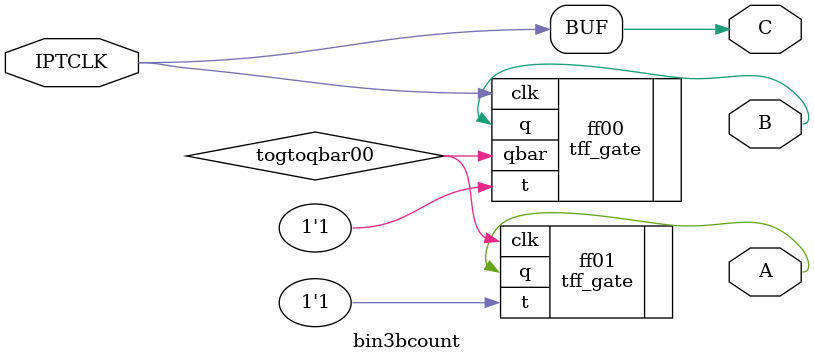
<source format=v>
module bin3bcount (IPTCLK, A, B, C);

	input IPTCLK;

	output A, B, C;

	wire togtoqbar00, togtoqbar01;


or(C, IPTCLK);
	
tff_gate ff00 (
		.t (1'b1),
		.clk (IPTCLK),
		.q (B),
		.qbar (togtoqbar00)
);

tff_gate ff01 (
		.t (1'b1),
		.clk (togtoqbar00),
		.q (A)
);

endmodule

</source>
